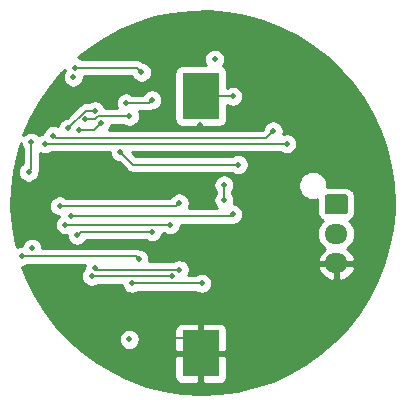
<source format=gbr>
G04 #@! TF.GenerationSoftware,KiCad,Pcbnew,(5.1.2)-2*
G04 #@! TF.CreationDate,2019-07-23T13:22:34-04:00*
G04 #@! TF.ProjectId,light_monitor,6c696768-745f-46d6-9f6e-69746f722e6b,R001*
G04 #@! TF.SameCoordinates,Original*
G04 #@! TF.FileFunction,Copper,L2,Bot*
G04 #@! TF.FilePolarity,Positive*
%FSLAX46Y46*%
G04 Gerber Fmt 4.6, Leading zero omitted, Abs format (unit mm)*
G04 Created by KiCad (PCBNEW (5.1.2)-2) date 2019-07-23 13:22:34*
%MOMM*%
%LPD*%
G04 APERTURE LIST*
%ADD10R,3.170000X3.960000*%
%ADD11C,0.100000*%
%ADD12C,1.700000*%
%ADD13O,1.950000X1.700000*%
%ADD14C,0.508000*%
%ADD15C,0.152400*%
%ADD16C,0.254000*%
G04 APERTURE END LIST*
D10*
X113210000Y-96210000D03*
X113210000Y-118010000D03*
D11*
G36*
X125440644Y-104537704D02*
G01*
X125464913Y-104541304D01*
X125488711Y-104547265D01*
X125511811Y-104555530D01*
X125533989Y-104566020D01*
X125555033Y-104578633D01*
X125574738Y-104593247D01*
X125592917Y-104609723D01*
X125609393Y-104627902D01*
X125624007Y-104647607D01*
X125636620Y-104668651D01*
X125647110Y-104690829D01*
X125655375Y-104713929D01*
X125661336Y-104737727D01*
X125664936Y-104761996D01*
X125666140Y-104786500D01*
X125666140Y-105986500D01*
X125664936Y-106011004D01*
X125661336Y-106035273D01*
X125655375Y-106059071D01*
X125647110Y-106082171D01*
X125636620Y-106104349D01*
X125624007Y-106125393D01*
X125609393Y-106145098D01*
X125592917Y-106163277D01*
X125574738Y-106179753D01*
X125555033Y-106194367D01*
X125533989Y-106206980D01*
X125511811Y-106217470D01*
X125488711Y-106225735D01*
X125464913Y-106231696D01*
X125440644Y-106235296D01*
X125416140Y-106236500D01*
X123966140Y-106236500D01*
X123941636Y-106235296D01*
X123917367Y-106231696D01*
X123893569Y-106225735D01*
X123870469Y-106217470D01*
X123848291Y-106206980D01*
X123827247Y-106194367D01*
X123807542Y-106179753D01*
X123789363Y-106163277D01*
X123772887Y-106145098D01*
X123758273Y-106125393D01*
X123745660Y-106104349D01*
X123735170Y-106082171D01*
X123726905Y-106059071D01*
X123720944Y-106035273D01*
X123717344Y-106011004D01*
X123716140Y-105986500D01*
X123716140Y-104786500D01*
X123717344Y-104761996D01*
X123720944Y-104737727D01*
X123726905Y-104713929D01*
X123735170Y-104690829D01*
X123745660Y-104668651D01*
X123758273Y-104647607D01*
X123772887Y-104627902D01*
X123789363Y-104609723D01*
X123807542Y-104593247D01*
X123827247Y-104578633D01*
X123848291Y-104566020D01*
X123870469Y-104555530D01*
X123893569Y-104547265D01*
X123917367Y-104541304D01*
X123941636Y-104537704D01*
X123966140Y-104536500D01*
X125416140Y-104536500D01*
X125440644Y-104537704D01*
X125440644Y-104537704D01*
G37*
D12*
X124691140Y-105386500D03*
D13*
X124691140Y-107886500D03*
X124691140Y-110386500D03*
D14*
X98933000Y-109105700D03*
X114388900Y-93103700D03*
X109080300Y-96532700D03*
X106895900Y-96799400D03*
X102425500Y-94615000D03*
X104267000Y-97459800D03*
X102006400Y-98933000D03*
X115930000Y-96230000D03*
X107170000Y-116820000D03*
X110388400Y-93103700D03*
X110782100Y-96481900D03*
X101298418Y-94768198D03*
X106730800Y-94919800D03*
X99053189Y-104127300D03*
X113118900Y-98704400D03*
X112610900Y-107950000D03*
X100660200Y-110794800D03*
X110629700Y-103301800D03*
X99593400Y-105537000D03*
X110950000Y-116720000D03*
X104247010Y-110782100D03*
X111404400Y-110909100D03*
X103974900Y-111467900D03*
X110769400Y-111467900D03*
X100055317Y-100245798D03*
X120486900Y-100241100D03*
X100740266Y-99560834D03*
X119350000Y-99170000D03*
X98120200Y-109766100D03*
X107988100Y-110032800D03*
X108204000Y-94195900D03*
X102616000Y-93802200D03*
X107403900Y-112077500D03*
X113302500Y-112077500D03*
X107188000Y-97929700D03*
X103425549Y-98196366D03*
X115925600Y-106235500D03*
X102264400Y-106391900D03*
X101752400Y-107111800D03*
X110642400Y-107099100D03*
X98877745Y-100119069D03*
X98639320Y-102654790D03*
X102872916Y-99097382D03*
X104747010Y-98526600D03*
X106400600Y-100939600D03*
X116399199Y-102010801D03*
X111404400Y-105257600D03*
X101264400Y-105518900D03*
X115189000Y-105029000D03*
X115189000Y-103733600D03*
X109110000Y-107690000D03*
X102760000Y-108000000D03*
D15*
X108813600Y-96799400D02*
X109080300Y-96532700D01*
X106895900Y-96799400D02*
X108813600Y-96799400D01*
X103479600Y-97459800D02*
X104267000Y-97459800D01*
X102006400Y-98933000D02*
X103479600Y-97459800D01*
X113210000Y-96210000D02*
X115910000Y-96210000D01*
X115910000Y-96210000D02*
X115930000Y-96230000D01*
X111920000Y-116720000D02*
X113210000Y-118010000D01*
X110950000Y-116720000D02*
X111920000Y-116720000D01*
X111404400Y-110909100D02*
X104374010Y-110909100D01*
X104374010Y-110909100D02*
X104247010Y-110782100D01*
X103974900Y-111467900D02*
X110769400Y-111467900D01*
X100060015Y-100241100D02*
X120486900Y-100241100D01*
X100055317Y-100245798D02*
X100060015Y-100241100D01*
X100740266Y-99560834D02*
X100937922Y-99758490D01*
X119086001Y-99423999D02*
X118751510Y-99758490D01*
X119096001Y-99423999D02*
X119086001Y-99423999D01*
X119350000Y-99170000D02*
X119096001Y-99423999D01*
X100937922Y-99758490D02*
X118751510Y-99758490D01*
X98120200Y-109766100D02*
X107721400Y-109766100D01*
X107721400Y-109766100D02*
X107988100Y-110032800D01*
X108204000Y-94195900D02*
X107810300Y-93802200D01*
X107810300Y-93802200D02*
X102616000Y-93802200D01*
X107403900Y-112077500D02*
X113302500Y-112077500D01*
X113302500Y-112077500D02*
X113423700Y-112077500D01*
X104244684Y-98196366D02*
X103784759Y-98196366D01*
X107188000Y-97929700D02*
X104511350Y-97929700D01*
X103784759Y-98196366D02*
X103425549Y-98196366D01*
X104511350Y-97929700D02*
X104244684Y-98196366D01*
X115769200Y-106391900D02*
X115925600Y-106235500D01*
X102264400Y-106391900D02*
X115769200Y-106391900D01*
X101752400Y-107111800D02*
X110629700Y-107111800D01*
X110629700Y-107111800D02*
X110642400Y-107099100D01*
X98877745Y-100119069D02*
X98877745Y-102416365D01*
X98877745Y-102416365D02*
X98639320Y-102654790D01*
X104493011Y-98780599D02*
X104747010Y-98526600D01*
X104176228Y-99097382D02*
X104493011Y-98780599D01*
X102872916Y-99097382D02*
X104176228Y-99097382D01*
X106400600Y-100939600D02*
X107471801Y-102010801D01*
X107471801Y-102010801D02*
X116399199Y-102010801D01*
X111143100Y-105518900D02*
X111404400Y-105257600D01*
X101264400Y-105518900D02*
X111143100Y-105518900D01*
X115189000Y-105029000D02*
X115189000Y-103733600D01*
X109110000Y-107690000D02*
X108750790Y-107690000D01*
X108750790Y-107690000D02*
X103070000Y-107690000D01*
X103070000Y-107690000D02*
X102760000Y-108000000D01*
D16*
G36*
X115474408Y-89173197D02*
G01*
X117003862Y-89449768D01*
X118499766Y-89871656D01*
X119948347Y-90434979D01*
X121336268Y-91134548D01*
X122650747Y-91963923D01*
X123879683Y-92915467D01*
X125011760Y-93980419D01*
X126036554Y-95148972D01*
X126944629Y-96410368D01*
X127727624Y-97752992D01*
X128378330Y-99164482D01*
X128890755Y-100631840D01*
X129260180Y-102141557D01*
X129483205Y-103679731D01*
X129557775Y-105232200D01*
X129542358Y-105938728D01*
X129400141Y-107486467D01*
X129110235Y-109013449D01*
X128675308Y-110505615D01*
X128099366Y-111949225D01*
X127387711Y-113330987D01*
X126546897Y-114638180D01*
X125584665Y-115858765D01*
X124509875Y-116981506D01*
X123332423Y-117996063D01*
X122063151Y-118893096D01*
X120713745Y-119664345D01*
X119296631Y-120302708D01*
X117824857Y-120802308D01*
X116311974Y-121158545D01*
X114771912Y-121368138D01*
X113218851Y-121429158D01*
X111667092Y-121341043D01*
X110130923Y-121104604D01*
X108624487Y-120722018D01*
X107161656Y-120196808D01*
X106723161Y-119990000D01*
X110986928Y-119990000D01*
X110999188Y-120114482D01*
X111035498Y-120234180D01*
X111094463Y-120344494D01*
X111173815Y-120441185D01*
X111270506Y-120520537D01*
X111380820Y-120579502D01*
X111500518Y-120615812D01*
X111625000Y-120628072D01*
X112924250Y-120625000D01*
X113083000Y-120466250D01*
X113083000Y-118137000D01*
X113337000Y-118137000D01*
X113337000Y-120466250D01*
X113495750Y-120625000D01*
X114795000Y-120628072D01*
X114919482Y-120615812D01*
X115039180Y-120579502D01*
X115149494Y-120520537D01*
X115246185Y-120441185D01*
X115325537Y-120344494D01*
X115384502Y-120234180D01*
X115420812Y-120114482D01*
X115433072Y-119990000D01*
X115430000Y-118295750D01*
X115271250Y-118137000D01*
X113337000Y-118137000D01*
X113083000Y-118137000D01*
X111148750Y-118137000D01*
X110990000Y-118295750D01*
X110986928Y-119990000D01*
X106723161Y-119990000D01*
X105755899Y-119533810D01*
X104420159Y-118739128D01*
X103166736Y-117820080D01*
X102007170Y-116785128D01*
X101958467Y-116732441D01*
X106281000Y-116732441D01*
X106281000Y-116907559D01*
X106315164Y-117079312D01*
X106382179Y-117241099D01*
X106479469Y-117386704D01*
X106603296Y-117510531D01*
X106748901Y-117607821D01*
X106910688Y-117674836D01*
X107082441Y-117709000D01*
X107257559Y-117709000D01*
X107429312Y-117674836D01*
X107591099Y-117607821D01*
X107736704Y-117510531D01*
X107860531Y-117386704D01*
X107957821Y-117241099D01*
X108024836Y-117079312D01*
X108059000Y-116907559D01*
X108059000Y-116732441D01*
X108024836Y-116560688D01*
X107957821Y-116398901D01*
X107860531Y-116253296D01*
X107736704Y-116129469D01*
X107591099Y-116032179D01*
X107585839Y-116030000D01*
X110986928Y-116030000D01*
X110990000Y-117724250D01*
X111148750Y-117883000D01*
X113083000Y-117883000D01*
X113083000Y-115553750D01*
X113337000Y-115553750D01*
X113337000Y-117883000D01*
X115271250Y-117883000D01*
X115430000Y-117724250D01*
X115433072Y-116030000D01*
X115420812Y-115905518D01*
X115384502Y-115785820D01*
X115325537Y-115675506D01*
X115246185Y-115578815D01*
X115149494Y-115499463D01*
X115039180Y-115440498D01*
X114919482Y-115404188D01*
X114795000Y-115391928D01*
X113495750Y-115395000D01*
X113337000Y-115553750D01*
X113083000Y-115553750D01*
X112924250Y-115395000D01*
X111625000Y-115391928D01*
X111500518Y-115404188D01*
X111380820Y-115440498D01*
X111270506Y-115499463D01*
X111173815Y-115578815D01*
X111094463Y-115675506D01*
X111035498Y-115785820D01*
X110999188Y-115905518D01*
X110986928Y-116030000D01*
X107585839Y-116030000D01*
X107429312Y-115965164D01*
X107257559Y-115931000D01*
X107082441Y-115931000D01*
X106910688Y-115965164D01*
X106748901Y-116032179D01*
X106603296Y-116129469D01*
X106479469Y-116253296D01*
X106382179Y-116398901D01*
X106315164Y-116560688D01*
X106281000Y-116732441D01*
X101958467Y-116732441D01*
X100952138Y-115643801D01*
X100011354Y-114406608D01*
X99193482Y-113084940D01*
X98506051Y-111690968D01*
X98113596Y-110655100D01*
X98207759Y-110655100D01*
X98379512Y-110620936D01*
X98541299Y-110553921D01*
X98655971Y-110477300D01*
X103411016Y-110477300D01*
X103392174Y-110522788D01*
X103358010Y-110694541D01*
X103358010Y-110827555D01*
X103284369Y-110901196D01*
X103187079Y-111046801D01*
X103120064Y-111208588D01*
X103085900Y-111380341D01*
X103085900Y-111555459D01*
X103120064Y-111727212D01*
X103187079Y-111888999D01*
X103284369Y-112034604D01*
X103408196Y-112158431D01*
X103553801Y-112255721D01*
X103715588Y-112322736D01*
X103887341Y-112356900D01*
X104062459Y-112356900D01*
X104234212Y-112322736D01*
X104395999Y-112255721D01*
X104510671Y-112179100D01*
X106517693Y-112179100D01*
X106549064Y-112336812D01*
X106616079Y-112498599D01*
X106713369Y-112644204D01*
X106837196Y-112768031D01*
X106982801Y-112865321D01*
X107144588Y-112932336D01*
X107316341Y-112966500D01*
X107491459Y-112966500D01*
X107663212Y-112932336D01*
X107824999Y-112865321D01*
X107939671Y-112788700D01*
X112766729Y-112788700D01*
X112881401Y-112865321D01*
X113043188Y-112932336D01*
X113214941Y-112966500D01*
X113390059Y-112966500D01*
X113561812Y-112932336D01*
X113723599Y-112865321D01*
X113869204Y-112768031D01*
X113993031Y-112644204D01*
X114090321Y-112498599D01*
X114157336Y-112336812D01*
X114191500Y-112165059D01*
X114191500Y-111989941D01*
X114157336Y-111818188D01*
X114090321Y-111656401D01*
X113993031Y-111510796D01*
X113869204Y-111386969D01*
X113723599Y-111289679D01*
X113561812Y-111222664D01*
X113390059Y-111188500D01*
X113214941Y-111188500D01*
X113043188Y-111222664D01*
X112881401Y-111289679D01*
X112766729Y-111366300D01*
X112168099Y-111366300D01*
X112192221Y-111330199D01*
X112259236Y-111168412D01*
X112293400Y-110996659D01*
X112293400Y-110821541D01*
X112277855Y-110743390D01*
X123124664Y-110743390D01*
X123216788Y-111006358D01*
X123363644Y-111257693D01*
X123556711Y-111475549D01*
X123788570Y-111651553D01*
X124050310Y-111778942D01*
X124331873Y-111852820D01*
X124564140Y-111712665D01*
X124564140Y-110513500D01*
X124818140Y-110513500D01*
X124818140Y-111712665D01*
X125050407Y-111852820D01*
X125331970Y-111778942D01*
X125593710Y-111651553D01*
X125825569Y-111475549D01*
X126018636Y-111257693D01*
X126165492Y-111006358D01*
X126257616Y-110743390D01*
X126136295Y-110513500D01*
X124818140Y-110513500D01*
X124564140Y-110513500D01*
X123245985Y-110513500D01*
X123124664Y-110743390D01*
X112277855Y-110743390D01*
X112259236Y-110649788D01*
X112192221Y-110488001D01*
X112094931Y-110342396D01*
X111971104Y-110218569D01*
X111825499Y-110121279D01*
X111663712Y-110054264D01*
X111491959Y-110020100D01*
X111316841Y-110020100D01*
X111145088Y-110054264D01*
X110983301Y-110121279D01*
X110868629Y-110197900D01*
X108861676Y-110197900D01*
X108877100Y-110120359D01*
X108877100Y-109945241D01*
X108842936Y-109773488D01*
X108775921Y-109611701D01*
X108678631Y-109466096D01*
X108554804Y-109342269D01*
X108409199Y-109244979D01*
X108247412Y-109177964D01*
X108075659Y-109143800D01*
X108065865Y-109143800D01*
X107994881Y-109105858D01*
X107860820Y-109065191D01*
X107756336Y-109054900D01*
X107756326Y-109054900D01*
X107721400Y-109051460D01*
X107686474Y-109054900D01*
X99822000Y-109054900D01*
X99822000Y-109018141D01*
X99787836Y-108846388D01*
X99720821Y-108684601D01*
X99623531Y-108538996D01*
X99499704Y-108415169D01*
X99354099Y-108317879D01*
X99192312Y-108250864D01*
X99020559Y-108216700D01*
X98845441Y-108216700D01*
X98673688Y-108250864D01*
X98511901Y-108317879D01*
X98366296Y-108415169D01*
X98242469Y-108538996D01*
X98145179Y-108684601D01*
X98078164Y-108846388D01*
X98072055Y-108877100D01*
X98032641Y-108877100D01*
X97860888Y-108911264D01*
X97699101Y-108978279D01*
X97625490Y-109027464D01*
X97546572Y-108737997D01*
X97283359Y-107206188D01*
X97168176Y-105656203D01*
X97173082Y-105431341D01*
X100375400Y-105431341D01*
X100375400Y-105606459D01*
X100409564Y-105778212D01*
X100476579Y-105939999D01*
X100573869Y-106085604D01*
X100697696Y-106209431D01*
X100843301Y-106306721D01*
X101005088Y-106373736D01*
X101176841Y-106407900D01*
X101205704Y-106407900D01*
X101185696Y-106421269D01*
X101061869Y-106545096D01*
X100964579Y-106690701D01*
X100897564Y-106852488D01*
X100863400Y-107024241D01*
X100863400Y-107199359D01*
X100897564Y-107371112D01*
X100964579Y-107532899D01*
X101061869Y-107678504D01*
X101185696Y-107802331D01*
X101331301Y-107899621D01*
X101493088Y-107966636D01*
X101664841Y-108000800D01*
X101839959Y-108000800D01*
X101871000Y-107994626D01*
X101871000Y-108087559D01*
X101905164Y-108259312D01*
X101972179Y-108421099D01*
X102069469Y-108566704D01*
X102193296Y-108690531D01*
X102338901Y-108787821D01*
X102500688Y-108854836D01*
X102672441Y-108889000D01*
X102847559Y-108889000D01*
X103019312Y-108854836D01*
X103181099Y-108787821D01*
X103326704Y-108690531D01*
X103450531Y-108566704D01*
X103547821Y-108421099D01*
X103556064Y-108401200D01*
X108574229Y-108401200D01*
X108688901Y-108477821D01*
X108850688Y-108544836D01*
X109022441Y-108579000D01*
X109197559Y-108579000D01*
X109369312Y-108544836D01*
X109531099Y-108477821D01*
X109676704Y-108380531D01*
X109800531Y-108256704D01*
X109897821Y-108111099D01*
X109964836Y-107949312D01*
X109989961Y-107823000D01*
X110125636Y-107823000D01*
X110221301Y-107886921D01*
X110383088Y-107953936D01*
X110554841Y-107988100D01*
X110729959Y-107988100D01*
X110901712Y-107953936D01*
X111063499Y-107886921D01*
X111209104Y-107789631D01*
X111332931Y-107665804D01*
X111430221Y-107520199D01*
X111497236Y-107358412D01*
X111531400Y-107186659D01*
X111531400Y-107103100D01*
X115730457Y-107103100D01*
X115838041Y-107124500D01*
X116013159Y-107124500D01*
X116184912Y-107090336D01*
X116346699Y-107023321D01*
X116492304Y-106926031D01*
X116616131Y-106802204D01*
X116713421Y-106656599D01*
X116780436Y-106494812D01*
X116814600Y-106323059D01*
X116814600Y-106147941D01*
X116780436Y-105976188D01*
X116713421Y-105814401D01*
X116616131Y-105668796D01*
X116492304Y-105544969D01*
X116346699Y-105447679D01*
X116184912Y-105380664D01*
X116019233Y-105347708D01*
X116043836Y-105288312D01*
X116078000Y-105116559D01*
X116078000Y-104941441D01*
X116043836Y-104769688D01*
X115976821Y-104607901D01*
X115900200Y-104493229D01*
X115900200Y-104269371D01*
X115976821Y-104154699D01*
X116043836Y-103992912D01*
X116078000Y-103821159D01*
X116078000Y-103664863D01*
X121456140Y-103664863D01*
X121456140Y-103908137D01*
X121503600Y-104146736D01*
X121596697Y-104371492D01*
X121731853Y-104573767D01*
X121903873Y-104745787D01*
X122106148Y-104880943D01*
X122330904Y-104974040D01*
X122569503Y-105021500D01*
X122812777Y-105021500D01*
X123051376Y-104974040D01*
X123078068Y-104962984D01*
X123078068Y-105986500D01*
X123095132Y-106159754D01*
X123145668Y-106326350D01*
X123227735Y-106479886D01*
X123338178Y-106614462D01*
X123472754Y-106724905D01*
X123574477Y-106779277D01*
X123511006Y-106831366D01*
X123325434Y-107057486D01*
X123187541Y-107315466D01*
X123102627Y-107595389D01*
X123073955Y-107886500D01*
X123102627Y-108177611D01*
X123187541Y-108457534D01*
X123325434Y-108715514D01*
X123511006Y-108941634D01*
X123737126Y-109127206D01*
X123762862Y-109140962D01*
X123556711Y-109297451D01*
X123363644Y-109515307D01*
X123216788Y-109766642D01*
X123124664Y-110029610D01*
X123245985Y-110259500D01*
X124564140Y-110259500D01*
X124564140Y-110239500D01*
X124818140Y-110239500D01*
X124818140Y-110259500D01*
X126136295Y-110259500D01*
X126257616Y-110029610D01*
X126165492Y-109766642D01*
X126018636Y-109515307D01*
X125825569Y-109297451D01*
X125619418Y-109140962D01*
X125645154Y-109127206D01*
X125871274Y-108941634D01*
X126056846Y-108715514D01*
X126194739Y-108457534D01*
X126279653Y-108177611D01*
X126308325Y-107886500D01*
X126279653Y-107595389D01*
X126194739Y-107315466D01*
X126056846Y-107057486D01*
X125871274Y-106831366D01*
X125807803Y-106779277D01*
X125909526Y-106724905D01*
X126044102Y-106614462D01*
X126154545Y-106479886D01*
X126236612Y-106326350D01*
X126287148Y-106159754D01*
X126304212Y-105986500D01*
X126304212Y-104786500D01*
X126287148Y-104613246D01*
X126236612Y-104446650D01*
X126154545Y-104293114D01*
X126044102Y-104158538D01*
X125909526Y-104048095D01*
X125755990Y-103966028D01*
X125589394Y-103915492D01*
X125416140Y-103898428D01*
X123966140Y-103898428D01*
X123926140Y-103902368D01*
X123926140Y-103664863D01*
X123878680Y-103426264D01*
X123785583Y-103201508D01*
X123650427Y-102999233D01*
X123478407Y-102827213D01*
X123276132Y-102692057D01*
X123051376Y-102598960D01*
X122812777Y-102551500D01*
X122569503Y-102551500D01*
X122330904Y-102598960D01*
X122106148Y-102692057D01*
X121903873Y-102827213D01*
X121731853Y-102999233D01*
X121596697Y-103201508D01*
X121503600Y-103426264D01*
X121456140Y-103664863D01*
X116078000Y-103664863D01*
X116078000Y-103646041D01*
X116043836Y-103474288D01*
X115976821Y-103312501D01*
X115879531Y-103166896D01*
X115755704Y-103043069D01*
X115610099Y-102945779D01*
X115448312Y-102878764D01*
X115276559Y-102844600D01*
X115101441Y-102844600D01*
X114929688Y-102878764D01*
X114767901Y-102945779D01*
X114622296Y-103043069D01*
X114498469Y-103166896D01*
X114401179Y-103312501D01*
X114334164Y-103474288D01*
X114300000Y-103646041D01*
X114300000Y-103821159D01*
X114334164Y-103992912D01*
X114401179Y-104154699D01*
X114477801Y-104269371D01*
X114477800Y-104493229D01*
X114401179Y-104607901D01*
X114334164Y-104769688D01*
X114300000Y-104941441D01*
X114300000Y-105116559D01*
X114334164Y-105288312D01*
X114401179Y-105450099D01*
X114498469Y-105595704D01*
X114583465Y-105680700D01*
X112190884Y-105680700D01*
X112192221Y-105678699D01*
X112259236Y-105516912D01*
X112293400Y-105345159D01*
X112293400Y-105170041D01*
X112259236Y-104998288D01*
X112192221Y-104836501D01*
X112094931Y-104690896D01*
X111971104Y-104567069D01*
X111825499Y-104469779D01*
X111663712Y-104402764D01*
X111491959Y-104368600D01*
X111316841Y-104368600D01*
X111145088Y-104402764D01*
X110983301Y-104469779D01*
X110837696Y-104567069D01*
X110713869Y-104690896D01*
X110635823Y-104807700D01*
X101800171Y-104807700D01*
X101685499Y-104731079D01*
X101523712Y-104664064D01*
X101351959Y-104629900D01*
X101176841Y-104629900D01*
X101005088Y-104664064D01*
X100843301Y-104731079D01*
X100697696Y-104828369D01*
X100573869Y-104952196D01*
X100476579Y-105097801D01*
X100409564Y-105259588D01*
X100375400Y-105431341D01*
X97173082Y-105431341D01*
X97202081Y-104102314D01*
X97384765Y-102558829D01*
X97714544Y-101039959D01*
X97988745Y-100183356D01*
X97988745Y-100206628D01*
X98022909Y-100378381D01*
X98089924Y-100540168D01*
X98166545Y-100654840D01*
X98166546Y-101901497D01*
X98072616Y-101964259D01*
X97948789Y-102088086D01*
X97851499Y-102233691D01*
X97784484Y-102395478D01*
X97750320Y-102567231D01*
X97750320Y-102742349D01*
X97784484Y-102914102D01*
X97851499Y-103075889D01*
X97948789Y-103221494D01*
X98072616Y-103345321D01*
X98218221Y-103442611D01*
X98380008Y-103509626D01*
X98551761Y-103543790D01*
X98726879Y-103543790D01*
X98898632Y-103509626D01*
X99060419Y-103442611D01*
X99206024Y-103345321D01*
X99329851Y-103221494D01*
X99427141Y-103075889D01*
X99494156Y-102914102D01*
X99528320Y-102742349D01*
X99528320Y-102707932D01*
X99537987Y-102689846D01*
X99578654Y-102555785D01*
X99588945Y-102451301D01*
X99588945Y-102451294D01*
X99592385Y-102416365D01*
X99588945Y-102381437D01*
X99588945Y-101003369D01*
X99634218Y-101033619D01*
X99796005Y-101100634D01*
X99967758Y-101134798D01*
X100142876Y-101134798D01*
X100314629Y-101100634D01*
X100476416Y-101033619D01*
X100598119Y-100952300D01*
X105511600Y-100952300D01*
X105511600Y-101027159D01*
X105545764Y-101198912D01*
X105612779Y-101360699D01*
X105710069Y-101506304D01*
X105833896Y-101630131D01*
X105979501Y-101727421D01*
X106141288Y-101794436D01*
X106276555Y-101821342D01*
X106944204Y-102488992D01*
X106966474Y-102516128D01*
X107074768Y-102605003D01*
X107198320Y-102671043D01*
X107332381Y-102711710D01*
X107436865Y-102722001D01*
X107436872Y-102722001D01*
X107471801Y-102725441D01*
X107506729Y-102722001D01*
X115863428Y-102722001D01*
X115978100Y-102798622D01*
X116139887Y-102865637D01*
X116311640Y-102899801D01*
X116486758Y-102899801D01*
X116658511Y-102865637D01*
X116820298Y-102798622D01*
X116965903Y-102701332D01*
X117089730Y-102577505D01*
X117187020Y-102431900D01*
X117254035Y-102270113D01*
X117288199Y-102098360D01*
X117288199Y-101923242D01*
X117254035Y-101751489D01*
X117187020Y-101589702D01*
X117089730Y-101444097D01*
X116965903Y-101320270D01*
X116820298Y-101222980D01*
X116658511Y-101155965D01*
X116486758Y-101121801D01*
X116311640Y-101121801D01*
X116139887Y-101155965D01*
X115978100Y-101222980D01*
X115863428Y-101299601D01*
X107766389Y-101299601D01*
X107419087Y-100952300D01*
X119951129Y-100952300D01*
X120065801Y-101028921D01*
X120227588Y-101095936D01*
X120399341Y-101130100D01*
X120574459Y-101130100D01*
X120746212Y-101095936D01*
X120907999Y-101028921D01*
X121053604Y-100931631D01*
X121177431Y-100807804D01*
X121274721Y-100662199D01*
X121341736Y-100500412D01*
X121375900Y-100328659D01*
X121375900Y-100153541D01*
X121341736Y-99981788D01*
X121274721Y-99820001D01*
X121177431Y-99674396D01*
X121053604Y-99550569D01*
X120907999Y-99453279D01*
X120746212Y-99386264D01*
X120574459Y-99352100D01*
X120399341Y-99352100D01*
X120227588Y-99386264D01*
X120212125Y-99392669D01*
X120239000Y-99257559D01*
X120239000Y-99082441D01*
X120204836Y-98910688D01*
X120137821Y-98748901D01*
X120040531Y-98603296D01*
X119916704Y-98479469D01*
X119771099Y-98382179D01*
X119609312Y-98315164D01*
X119437559Y-98281000D01*
X119262441Y-98281000D01*
X119090688Y-98315164D01*
X118928901Y-98382179D01*
X118783296Y-98479469D01*
X118659469Y-98603296D01*
X118562179Y-98748901D01*
X118495164Y-98910688D01*
X118470741Y-99033472D01*
X118456922Y-99047290D01*
X105468287Y-99047290D01*
X105534831Y-98947699D01*
X105601846Y-98785912D01*
X105630691Y-98640900D01*
X106652229Y-98640900D01*
X106766901Y-98717521D01*
X106928688Y-98784536D01*
X107100441Y-98818700D01*
X107275559Y-98818700D01*
X107447312Y-98784536D01*
X107609099Y-98717521D01*
X107754704Y-98620231D01*
X107878531Y-98496404D01*
X107975821Y-98350799D01*
X108042836Y-98189012D01*
X108077000Y-98017259D01*
X108077000Y-97842141D01*
X108042836Y-97670388D01*
X107976649Y-97510600D01*
X108778674Y-97510600D01*
X108813600Y-97514040D01*
X108848526Y-97510600D01*
X108848536Y-97510600D01*
X108953020Y-97500309D01*
X109087081Y-97459642D01*
X109158065Y-97421700D01*
X109167859Y-97421700D01*
X109339612Y-97387536D01*
X109501399Y-97320521D01*
X109647004Y-97223231D01*
X109770831Y-97099404D01*
X109868121Y-96953799D01*
X109935136Y-96792012D01*
X109969300Y-96620259D01*
X109969300Y-96445141D01*
X109935136Y-96273388D01*
X109868121Y-96111601D01*
X109770831Y-95965996D01*
X109647004Y-95842169D01*
X109501399Y-95744879D01*
X109339612Y-95677864D01*
X109167859Y-95643700D01*
X108992741Y-95643700D01*
X108820988Y-95677864D01*
X108659201Y-95744879D01*
X108513596Y-95842169D01*
X108389769Y-95965996D01*
X108308115Y-96088200D01*
X107431671Y-96088200D01*
X107316999Y-96011579D01*
X107155212Y-95944564D01*
X106983459Y-95910400D01*
X106808341Y-95910400D01*
X106636588Y-95944564D01*
X106474801Y-96011579D01*
X106329196Y-96108869D01*
X106205369Y-96232696D01*
X106108079Y-96378301D01*
X106041064Y-96540088D01*
X106006900Y-96711841D01*
X106006900Y-96886959D01*
X106041064Y-97058712D01*
X106107251Y-97218500D01*
X105125419Y-97218500D01*
X105121836Y-97200488D01*
X105054821Y-97038701D01*
X104957531Y-96893096D01*
X104833704Y-96769269D01*
X104688099Y-96671979D01*
X104526312Y-96604964D01*
X104354559Y-96570800D01*
X104179441Y-96570800D01*
X104007688Y-96604964D01*
X103845901Y-96671979D01*
X103731229Y-96748600D01*
X103514517Y-96748600D01*
X103479599Y-96745161D01*
X103444681Y-96748600D01*
X103444664Y-96748600D01*
X103340180Y-96758891D01*
X103206119Y-96799558D01*
X103082567Y-96865598D01*
X103001408Y-96932203D01*
X103001404Y-96932207D01*
X102974273Y-96954473D01*
X102952007Y-96981604D01*
X101882355Y-98051258D01*
X101747088Y-98078164D01*
X101585301Y-98145179D01*
X101439696Y-98242469D01*
X101315869Y-98366296D01*
X101218579Y-98511901D01*
X101151564Y-98673688D01*
X101134057Y-98761702D01*
X100999578Y-98705998D01*
X100827825Y-98671834D01*
X100652707Y-98671834D01*
X100480954Y-98705998D01*
X100319167Y-98773013D01*
X100173562Y-98870303D01*
X100049735Y-98994130D01*
X99952445Y-99139735D01*
X99885430Y-99301522D01*
X99870590Y-99376126D01*
X99796005Y-99390962D01*
X99634218Y-99457977D01*
X99538107Y-99522196D01*
X99444449Y-99428538D01*
X99298844Y-99331248D01*
X99137057Y-99264233D01*
X98965304Y-99230069D01*
X98790186Y-99230069D01*
X98618433Y-99264233D01*
X98456646Y-99331248D01*
X98311041Y-99428538D01*
X98194779Y-99544800D01*
X98801916Y-98131650D01*
X99549497Y-96768990D01*
X100424241Y-95484256D01*
X101418095Y-94289277D01*
X101742501Y-93967689D01*
X101754625Y-94028640D01*
X101734969Y-94048296D01*
X101637679Y-94193901D01*
X101570664Y-94355688D01*
X101536500Y-94527441D01*
X101536500Y-94702559D01*
X101570664Y-94874312D01*
X101637679Y-95036099D01*
X101734969Y-95181704D01*
X101858796Y-95305531D01*
X102004401Y-95402821D01*
X102166188Y-95469836D01*
X102337941Y-95504000D01*
X102513059Y-95504000D01*
X102684812Y-95469836D01*
X102846599Y-95402821D01*
X102992204Y-95305531D01*
X103116031Y-95181704D01*
X103213321Y-95036099D01*
X103280336Y-94874312D01*
X103314500Y-94702559D01*
X103314500Y-94527441D01*
X103311707Y-94513400D01*
X107373266Y-94513400D01*
X107416179Y-94616999D01*
X107513469Y-94762604D01*
X107637296Y-94886431D01*
X107782901Y-94983721D01*
X107944688Y-95050736D01*
X108116441Y-95084900D01*
X108291559Y-95084900D01*
X108463312Y-95050736D01*
X108625099Y-94983721D01*
X108770704Y-94886431D01*
X108894531Y-94762604D01*
X108991821Y-94616999D01*
X109058836Y-94455212D01*
X109093000Y-94283459D01*
X109093000Y-94230000D01*
X110986928Y-94230000D01*
X110986928Y-98190000D01*
X110999188Y-98314482D01*
X111035498Y-98434180D01*
X111094463Y-98544494D01*
X111173815Y-98641185D01*
X111270506Y-98720537D01*
X111380820Y-98779502D01*
X111500518Y-98815812D01*
X111625000Y-98828072D01*
X114795000Y-98828072D01*
X114919482Y-98815812D01*
X115039180Y-98779502D01*
X115149494Y-98720537D01*
X115246185Y-98641185D01*
X115325537Y-98544494D01*
X115384502Y-98434180D01*
X115420812Y-98314482D01*
X115433072Y-98190000D01*
X115433072Y-96967154D01*
X115508901Y-97017821D01*
X115670688Y-97084836D01*
X115842441Y-97119000D01*
X116017559Y-97119000D01*
X116189312Y-97084836D01*
X116351099Y-97017821D01*
X116496704Y-96920531D01*
X116620531Y-96796704D01*
X116717821Y-96651099D01*
X116784836Y-96489312D01*
X116819000Y-96317559D01*
X116819000Y-96142441D01*
X116784836Y-95970688D01*
X116717821Y-95808901D01*
X116620531Y-95663296D01*
X116496704Y-95539469D01*
X116351099Y-95442179D01*
X116189312Y-95375164D01*
X116017559Y-95341000D01*
X115842441Y-95341000D01*
X115670688Y-95375164D01*
X115508901Y-95442179D01*
X115433072Y-95492846D01*
X115433072Y-94230000D01*
X115420812Y-94105518D01*
X115384502Y-93985820D01*
X115325537Y-93875506D01*
X115246185Y-93778815D01*
X115149494Y-93699463D01*
X115083562Y-93664221D01*
X115176721Y-93524799D01*
X115243736Y-93363012D01*
X115277900Y-93191259D01*
X115277900Y-93016141D01*
X115243736Y-92844388D01*
X115176721Y-92682601D01*
X115079431Y-92536996D01*
X114955604Y-92413169D01*
X114809999Y-92315879D01*
X114648212Y-92248864D01*
X114476459Y-92214700D01*
X114301341Y-92214700D01*
X114129588Y-92248864D01*
X113967801Y-92315879D01*
X113822196Y-92413169D01*
X113698369Y-92536996D01*
X113601079Y-92682601D01*
X113534064Y-92844388D01*
X113499900Y-93016141D01*
X113499900Y-93191259D01*
X113534064Y-93363012D01*
X113601079Y-93524799D01*
X113645933Y-93591928D01*
X111625000Y-93591928D01*
X111500518Y-93604188D01*
X111380820Y-93640498D01*
X111270506Y-93699463D01*
X111173815Y-93778815D01*
X111094463Y-93875506D01*
X111035498Y-93985820D01*
X110999188Y-94105518D01*
X110986928Y-94230000D01*
X109093000Y-94230000D01*
X109093000Y-94108341D01*
X109058836Y-93936588D01*
X108991821Y-93774801D01*
X108894531Y-93629196D01*
X108770704Y-93505369D01*
X108625099Y-93408079D01*
X108463312Y-93341064D01*
X108330157Y-93314578D01*
X108315627Y-93296873D01*
X108207333Y-93207998D01*
X108083781Y-93141958D01*
X107949720Y-93101291D01*
X107845236Y-93091000D01*
X107845226Y-93091000D01*
X107810300Y-93087560D01*
X107775374Y-93091000D01*
X103151771Y-93091000D01*
X103037099Y-93014379D01*
X102875312Y-92947364D01*
X102834904Y-92939326D01*
X103725513Y-92211668D01*
X105017832Y-91348168D01*
X106386964Y-90612507D01*
X107820303Y-90011458D01*
X109304651Y-89550556D01*
X110826341Y-89234044D01*
X112371362Y-89064837D01*
X113925487Y-89044492D01*
X115474408Y-89173197D01*
X115474408Y-89173197D01*
G37*
X115474408Y-89173197D02*
X117003862Y-89449768D01*
X118499766Y-89871656D01*
X119948347Y-90434979D01*
X121336268Y-91134548D01*
X122650747Y-91963923D01*
X123879683Y-92915467D01*
X125011760Y-93980419D01*
X126036554Y-95148972D01*
X126944629Y-96410368D01*
X127727624Y-97752992D01*
X128378330Y-99164482D01*
X128890755Y-100631840D01*
X129260180Y-102141557D01*
X129483205Y-103679731D01*
X129557775Y-105232200D01*
X129542358Y-105938728D01*
X129400141Y-107486467D01*
X129110235Y-109013449D01*
X128675308Y-110505615D01*
X128099366Y-111949225D01*
X127387711Y-113330987D01*
X126546897Y-114638180D01*
X125584665Y-115858765D01*
X124509875Y-116981506D01*
X123332423Y-117996063D01*
X122063151Y-118893096D01*
X120713745Y-119664345D01*
X119296631Y-120302708D01*
X117824857Y-120802308D01*
X116311974Y-121158545D01*
X114771912Y-121368138D01*
X113218851Y-121429158D01*
X111667092Y-121341043D01*
X110130923Y-121104604D01*
X108624487Y-120722018D01*
X107161656Y-120196808D01*
X106723161Y-119990000D01*
X110986928Y-119990000D01*
X110999188Y-120114482D01*
X111035498Y-120234180D01*
X111094463Y-120344494D01*
X111173815Y-120441185D01*
X111270506Y-120520537D01*
X111380820Y-120579502D01*
X111500518Y-120615812D01*
X111625000Y-120628072D01*
X112924250Y-120625000D01*
X113083000Y-120466250D01*
X113083000Y-118137000D01*
X113337000Y-118137000D01*
X113337000Y-120466250D01*
X113495750Y-120625000D01*
X114795000Y-120628072D01*
X114919482Y-120615812D01*
X115039180Y-120579502D01*
X115149494Y-120520537D01*
X115246185Y-120441185D01*
X115325537Y-120344494D01*
X115384502Y-120234180D01*
X115420812Y-120114482D01*
X115433072Y-119990000D01*
X115430000Y-118295750D01*
X115271250Y-118137000D01*
X113337000Y-118137000D01*
X113083000Y-118137000D01*
X111148750Y-118137000D01*
X110990000Y-118295750D01*
X110986928Y-119990000D01*
X106723161Y-119990000D01*
X105755899Y-119533810D01*
X104420159Y-118739128D01*
X103166736Y-117820080D01*
X102007170Y-116785128D01*
X101958467Y-116732441D01*
X106281000Y-116732441D01*
X106281000Y-116907559D01*
X106315164Y-117079312D01*
X106382179Y-117241099D01*
X106479469Y-117386704D01*
X106603296Y-117510531D01*
X106748901Y-117607821D01*
X106910688Y-117674836D01*
X107082441Y-117709000D01*
X107257559Y-117709000D01*
X107429312Y-117674836D01*
X107591099Y-117607821D01*
X107736704Y-117510531D01*
X107860531Y-117386704D01*
X107957821Y-117241099D01*
X108024836Y-117079312D01*
X108059000Y-116907559D01*
X108059000Y-116732441D01*
X108024836Y-116560688D01*
X107957821Y-116398901D01*
X107860531Y-116253296D01*
X107736704Y-116129469D01*
X107591099Y-116032179D01*
X107585839Y-116030000D01*
X110986928Y-116030000D01*
X110990000Y-117724250D01*
X111148750Y-117883000D01*
X113083000Y-117883000D01*
X113083000Y-115553750D01*
X113337000Y-115553750D01*
X113337000Y-117883000D01*
X115271250Y-117883000D01*
X115430000Y-117724250D01*
X115433072Y-116030000D01*
X115420812Y-115905518D01*
X115384502Y-115785820D01*
X115325537Y-115675506D01*
X115246185Y-115578815D01*
X115149494Y-115499463D01*
X115039180Y-115440498D01*
X114919482Y-115404188D01*
X114795000Y-115391928D01*
X113495750Y-115395000D01*
X113337000Y-115553750D01*
X113083000Y-115553750D01*
X112924250Y-115395000D01*
X111625000Y-115391928D01*
X111500518Y-115404188D01*
X111380820Y-115440498D01*
X111270506Y-115499463D01*
X111173815Y-115578815D01*
X111094463Y-115675506D01*
X111035498Y-115785820D01*
X110999188Y-115905518D01*
X110986928Y-116030000D01*
X107585839Y-116030000D01*
X107429312Y-115965164D01*
X107257559Y-115931000D01*
X107082441Y-115931000D01*
X106910688Y-115965164D01*
X106748901Y-116032179D01*
X106603296Y-116129469D01*
X106479469Y-116253296D01*
X106382179Y-116398901D01*
X106315164Y-116560688D01*
X106281000Y-116732441D01*
X101958467Y-116732441D01*
X100952138Y-115643801D01*
X100011354Y-114406608D01*
X99193482Y-113084940D01*
X98506051Y-111690968D01*
X98113596Y-110655100D01*
X98207759Y-110655100D01*
X98379512Y-110620936D01*
X98541299Y-110553921D01*
X98655971Y-110477300D01*
X103411016Y-110477300D01*
X103392174Y-110522788D01*
X103358010Y-110694541D01*
X103358010Y-110827555D01*
X103284369Y-110901196D01*
X103187079Y-111046801D01*
X103120064Y-111208588D01*
X103085900Y-111380341D01*
X103085900Y-111555459D01*
X103120064Y-111727212D01*
X103187079Y-111888999D01*
X103284369Y-112034604D01*
X103408196Y-112158431D01*
X103553801Y-112255721D01*
X103715588Y-112322736D01*
X103887341Y-112356900D01*
X104062459Y-112356900D01*
X104234212Y-112322736D01*
X104395999Y-112255721D01*
X104510671Y-112179100D01*
X106517693Y-112179100D01*
X106549064Y-112336812D01*
X106616079Y-112498599D01*
X106713369Y-112644204D01*
X106837196Y-112768031D01*
X106982801Y-112865321D01*
X107144588Y-112932336D01*
X107316341Y-112966500D01*
X107491459Y-112966500D01*
X107663212Y-112932336D01*
X107824999Y-112865321D01*
X107939671Y-112788700D01*
X112766729Y-112788700D01*
X112881401Y-112865321D01*
X113043188Y-112932336D01*
X113214941Y-112966500D01*
X113390059Y-112966500D01*
X113561812Y-112932336D01*
X113723599Y-112865321D01*
X113869204Y-112768031D01*
X113993031Y-112644204D01*
X114090321Y-112498599D01*
X114157336Y-112336812D01*
X114191500Y-112165059D01*
X114191500Y-111989941D01*
X114157336Y-111818188D01*
X114090321Y-111656401D01*
X113993031Y-111510796D01*
X113869204Y-111386969D01*
X113723599Y-111289679D01*
X113561812Y-111222664D01*
X113390059Y-111188500D01*
X113214941Y-111188500D01*
X113043188Y-111222664D01*
X112881401Y-111289679D01*
X112766729Y-111366300D01*
X112168099Y-111366300D01*
X112192221Y-111330199D01*
X112259236Y-111168412D01*
X112293400Y-110996659D01*
X112293400Y-110821541D01*
X112277855Y-110743390D01*
X123124664Y-110743390D01*
X123216788Y-111006358D01*
X123363644Y-111257693D01*
X123556711Y-111475549D01*
X123788570Y-111651553D01*
X124050310Y-111778942D01*
X124331873Y-111852820D01*
X124564140Y-111712665D01*
X124564140Y-110513500D01*
X124818140Y-110513500D01*
X124818140Y-111712665D01*
X125050407Y-111852820D01*
X125331970Y-111778942D01*
X125593710Y-111651553D01*
X125825569Y-111475549D01*
X126018636Y-111257693D01*
X126165492Y-111006358D01*
X126257616Y-110743390D01*
X126136295Y-110513500D01*
X124818140Y-110513500D01*
X124564140Y-110513500D01*
X123245985Y-110513500D01*
X123124664Y-110743390D01*
X112277855Y-110743390D01*
X112259236Y-110649788D01*
X112192221Y-110488001D01*
X112094931Y-110342396D01*
X111971104Y-110218569D01*
X111825499Y-110121279D01*
X111663712Y-110054264D01*
X111491959Y-110020100D01*
X111316841Y-110020100D01*
X111145088Y-110054264D01*
X110983301Y-110121279D01*
X110868629Y-110197900D01*
X108861676Y-110197900D01*
X108877100Y-110120359D01*
X108877100Y-109945241D01*
X108842936Y-109773488D01*
X108775921Y-109611701D01*
X108678631Y-109466096D01*
X108554804Y-109342269D01*
X108409199Y-109244979D01*
X108247412Y-109177964D01*
X108075659Y-109143800D01*
X108065865Y-109143800D01*
X107994881Y-109105858D01*
X107860820Y-109065191D01*
X107756336Y-109054900D01*
X107756326Y-109054900D01*
X107721400Y-109051460D01*
X107686474Y-109054900D01*
X99822000Y-109054900D01*
X99822000Y-109018141D01*
X99787836Y-108846388D01*
X99720821Y-108684601D01*
X99623531Y-108538996D01*
X99499704Y-108415169D01*
X99354099Y-108317879D01*
X99192312Y-108250864D01*
X99020559Y-108216700D01*
X98845441Y-108216700D01*
X98673688Y-108250864D01*
X98511901Y-108317879D01*
X98366296Y-108415169D01*
X98242469Y-108538996D01*
X98145179Y-108684601D01*
X98078164Y-108846388D01*
X98072055Y-108877100D01*
X98032641Y-108877100D01*
X97860888Y-108911264D01*
X97699101Y-108978279D01*
X97625490Y-109027464D01*
X97546572Y-108737997D01*
X97283359Y-107206188D01*
X97168176Y-105656203D01*
X97173082Y-105431341D01*
X100375400Y-105431341D01*
X100375400Y-105606459D01*
X100409564Y-105778212D01*
X100476579Y-105939999D01*
X100573869Y-106085604D01*
X100697696Y-106209431D01*
X100843301Y-106306721D01*
X101005088Y-106373736D01*
X101176841Y-106407900D01*
X101205704Y-106407900D01*
X101185696Y-106421269D01*
X101061869Y-106545096D01*
X100964579Y-106690701D01*
X100897564Y-106852488D01*
X100863400Y-107024241D01*
X100863400Y-107199359D01*
X100897564Y-107371112D01*
X100964579Y-107532899D01*
X101061869Y-107678504D01*
X101185696Y-107802331D01*
X101331301Y-107899621D01*
X101493088Y-107966636D01*
X101664841Y-108000800D01*
X101839959Y-108000800D01*
X101871000Y-107994626D01*
X101871000Y-108087559D01*
X101905164Y-108259312D01*
X101972179Y-108421099D01*
X102069469Y-108566704D01*
X102193296Y-108690531D01*
X102338901Y-108787821D01*
X102500688Y-108854836D01*
X102672441Y-108889000D01*
X102847559Y-108889000D01*
X103019312Y-108854836D01*
X103181099Y-108787821D01*
X103326704Y-108690531D01*
X103450531Y-108566704D01*
X103547821Y-108421099D01*
X103556064Y-108401200D01*
X108574229Y-108401200D01*
X108688901Y-108477821D01*
X108850688Y-108544836D01*
X109022441Y-108579000D01*
X109197559Y-108579000D01*
X109369312Y-108544836D01*
X109531099Y-108477821D01*
X109676704Y-108380531D01*
X109800531Y-108256704D01*
X109897821Y-108111099D01*
X109964836Y-107949312D01*
X109989961Y-107823000D01*
X110125636Y-107823000D01*
X110221301Y-107886921D01*
X110383088Y-107953936D01*
X110554841Y-107988100D01*
X110729959Y-107988100D01*
X110901712Y-107953936D01*
X111063499Y-107886921D01*
X111209104Y-107789631D01*
X111332931Y-107665804D01*
X111430221Y-107520199D01*
X111497236Y-107358412D01*
X111531400Y-107186659D01*
X111531400Y-107103100D01*
X115730457Y-107103100D01*
X115838041Y-107124500D01*
X116013159Y-107124500D01*
X116184912Y-107090336D01*
X116346699Y-107023321D01*
X116492304Y-106926031D01*
X116616131Y-106802204D01*
X116713421Y-106656599D01*
X116780436Y-106494812D01*
X116814600Y-106323059D01*
X116814600Y-106147941D01*
X116780436Y-105976188D01*
X116713421Y-105814401D01*
X116616131Y-105668796D01*
X116492304Y-105544969D01*
X116346699Y-105447679D01*
X116184912Y-105380664D01*
X116019233Y-105347708D01*
X116043836Y-105288312D01*
X116078000Y-105116559D01*
X116078000Y-104941441D01*
X116043836Y-104769688D01*
X115976821Y-104607901D01*
X115900200Y-104493229D01*
X115900200Y-104269371D01*
X115976821Y-104154699D01*
X116043836Y-103992912D01*
X116078000Y-103821159D01*
X116078000Y-103664863D01*
X121456140Y-103664863D01*
X121456140Y-103908137D01*
X121503600Y-104146736D01*
X121596697Y-104371492D01*
X121731853Y-104573767D01*
X121903873Y-104745787D01*
X122106148Y-104880943D01*
X122330904Y-104974040D01*
X122569503Y-105021500D01*
X122812777Y-105021500D01*
X123051376Y-104974040D01*
X123078068Y-104962984D01*
X123078068Y-105986500D01*
X123095132Y-106159754D01*
X123145668Y-106326350D01*
X123227735Y-106479886D01*
X123338178Y-106614462D01*
X123472754Y-106724905D01*
X123574477Y-106779277D01*
X123511006Y-106831366D01*
X123325434Y-107057486D01*
X123187541Y-107315466D01*
X123102627Y-107595389D01*
X123073955Y-107886500D01*
X123102627Y-108177611D01*
X123187541Y-108457534D01*
X123325434Y-108715514D01*
X123511006Y-108941634D01*
X123737126Y-109127206D01*
X123762862Y-109140962D01*
X123556711Y-109297451D01*
X123363644Y-109515307D01*
X123216788Y-109766642D01*
X123124664Y-110029610D01*
X123245985Y-110259500D01*
X124564140Y-110259500D01*
X124564140Y-110239500D01*
X124818140Y-110239500D01*
X124818140Y-110259500D01*
X126136295Y-110259500D01*
X126257616Y-110029610D01*
X126165492Y-109766642D01*
X126018636Y-109515307D01*
X125825569Y-109297451D01*
X125619418Y-109140962D01*
X125645154Y-109127206D01*
X125871274Y-108941634D01*
X126056846Y-108715514D01*
X126194739Y-108457534D01*
X126279653Y-108177611D01*
X126308325Y-107886500D01*
X126279653Y-107595389D01*
X126194739Y-107315466D01*
X126056846Y-107057486D01*
X125871274Y-106831366D01*
X125807803Y-106779277D01*
X125909526Y-106724905D01*
X126044102Y-106614462D01*
X126154545Y-106479886D01*
X126236612Y-106326350D01*
X126287148Y-106159754D01*
X126304212Y-105986500D01*
X126304212Y-104786500D01*
X126287148Y-104613246D01*
X126236612Y-104446650D01*
X126154545Y-104293114D01*
X126044102Y-104158538D01*
X125909526Y-104048095D01*
X125755990Y-103966028D01*
X125589394Y-103915492D01*
X125416140Y-103898428D01*
X123966140Y-103898428D01*
X123926140Y-103902368D01*
X123926140Y-103664863D01*
X123878680Y-103426264D01*
X123785583Y-103201508D01*
X123650427Y-102999233D01*
X123478407Y-102827213D01*
X123276132Y-102692057D01*
X123051376Y-102598960D01*
X122812777Y-102551500D01*
X122569503Y-102551500D01*
X122330904Y-102598960D01*
X122106148Y-102692057D01*
X121903873Y-102827213D01*
X121731853Y-102999233D01*
X121596697Y-103201508D01*
X121503600Y-103426264D01*
X121456140Y-103664863D01*
X116078000Y-103664863D01*
X116078000Y-103646041D01*
X116043836Y-103474288D01*
X115976821Y-103312501D01*
X115879531Y-103166896D01*
X115755704Y-103043069D01*
X115610099Y-102945779D01*
X115448312Y-102878764D01*
X115276559Y-102844600D01*
X115101441Y-102844600D01*
X114929688Y-102878764D01*
X114767901Y-102945779D01*
X114622296Y-103043069D01*
X114498469Y-103166896D01*
X114401179Y-103312501D01*
X114334164Y-103474288D01*
X114300000Y-103646041D01*
X114300000Y-103821159D01*
X114334164Y-103992912D01*
X114401179Y-104154699D01*
X114477801Y-104269371D01*
X114477800Y-104493229D01*
X114401179Y-104607901D01*
X114334164Y-104769688D01*
X114300000Y-104941441D01*
X114300000Y-105116559D01*
X114334164Y-105288312D01*
X114401179Y-105450099D01*
X114498469Y-105595704D01*
X114583465Y-105680700D01*
X112190884Y-105680700D01*
X112192221Y-105678699D01*
X112259236Y-105516912D01*
X112293400Y-105345159D01*
X112293400Y-105170041D01*
X112259236Y-104998288D01*
X112192221Y-104836501D01*
X112094931Y-104690896D01*
X111971104Y-104567069D01*
X111825499Y-104469779D01*
X111663712Y-104402764D01*
X111491959Y-104368600D01*
X111316841Y-104368600D01*
X111145088Y-104402764D01*
X110983301Y-104469779D01*
X110837696Y-104567069D01*
X110713869Y-104690896D01*
X110635823Y-104807700D01*
X101800171Y-104807700D01*
X101685499Y-104731079D01*
X101523712Y-104664064D01*
X101351959Y-104629900D01*
X101176841Y-104629900D01*
X101005088Y-104664064D01*
X100843301Y-104731079D01*
X100697696Y-104828369D01*
X100573869Y-104952196D01*
X100476579Y-105097801D01*
X100409564Y-105259588D01*
X100375400Y-105431341D01*
X97173082Y-105431341D01*
X97202081Y-104102314D01*
X97384765Y-102558829D01*
X97714544Y-101039959D01*
X97988745Y-100183356D01*
X97988745Y-100206628D01*
X98022909Y-100378381D01*
X98089924Y-100540168D01*
X98166545Y-100654840D01*
X98166546Y-101901497D01*
X98072616Y-101964259D01*
X97948789Y-102088086D01*
X97851499Y-102233691D01*
X97784484Y-102395478D01*
X97750320Y-102567231D01*
X97750320Y-102742349D01*
X97784484Y-102914102D01*
X97851499Y-103075889D01*
X97948789Y-103221494D01*
X98072616Y-103345321D01*
X98218221Y-103442611D01*
X98380008Y-103509626D01*
X98551761Y-103543790D01*
X98726879Y-103543790D01*
X98898632Y-103509626D01*
X99060419Y-103442611D01*
X99206024Y-103345321D01*
X99329851Y-103221494D01*
X99427141Y-103075889D01*
X99494156Y-102914102D01*
X99528320Y-102742349D01*
X99528320Y-102707932D01*
X99537987Y-102689846D01*
X99578654Y-102555785D01*
X99588945Y-102451301D01*
X99588945Y-102451294D01*
X99592385Y-102416365D01*
X99588945Y-102381437D01*
X99588945Y-101003369D01*
X99634218Y-101033619D01*
X99796005Y-101100634D01*
X99967758Y-101134798D01*
X100142876Y-101134798D01*
X100314629Y-101100634D01*
X100476416Y-101033619D01*
X100598119Y-100952300D01*
X105511600Y-100952300D01*
X105511600Y-101027159D01*
X105545764Y-101198912D01*
X105612779Y-101360699D01*
X105710069Y-101506304D01*
X105833896Y-101630131D01*
X105979501Y-101727421D01*
X106141288Y-101794436D01*
X106276555Y-101821342D01*
X106944204Y-102488992D01*
X106966474Y-102516128D01*
X107074768Y-102605003D01*
X107198320Y-102671043D01*
X107332381Y-102711710D01*
X107436865Y-102722001D01*
X107436872Y-102722001D01*
X107471801Y-102725441D01*
X107506729Y-102722001D01*
X115863428Y-102722001D01*
X115978100Y-102798622D01*
X116139887Y-102865637D01*
X116311640Y-102899801D01*
X116486758Y-102899801D01*
X116658511Y-102865637D01*
X116820298Y-102798622D01*
X116965903Y-102701332D01*
X117089730Y-102577505D01*
X117187020Y-102431900D01*
X117254035Y-102270113D01*
X117288199Y-102098360D01*
X117288199Y-101923242D01*
X117254035Y-101751489D01*
X117187020Y-101589702D01*
X117089730Y-101444097D01*
X116965903Y-101320270D01*
X116820298Y-101222980D01*
X116658511Y-101155965D01*
X116486758Y-101121801D01*
X116311640Y-101121801D01*
X116139887Y-101155965D01*
X115978100Y-101222980D01*
X115863428Y-101299601D01*
X107766389Y-101299601D01*
X107419087Y-100952300D01*
X119951129Y-100952300D01*
X120065801Y-101028921D01*
X120227588Y-101095936D01*
X120399341Y-101130100D01*
X120574459Y-101130100D01*
X120746212Y-101095936D01*
X120907999Y-101028921D01*
X121053604Y-100931631D01*
X121177431Y-100807804D01*
X121274721Y-100662199D01*
X121341736Y-100500412D01*
X121375900Y-100328659D01*
X121375900Y-100153541D01*
X121341736Y-99981788D01*
X121274721Y-99820001D01*
X121177431Y-99674396D01*
X121053604Y-99550569D01*
X120907999Y-99453279D01*
X120746212Y-99386264D01*
X120574459Y-99352100D01*
X120399341Y-99352100D01*
X120227588Y-99386264D01*
X120212125Y-99392669D01*
X120239000Y-99257559D01*
X120239000Y-99082441D01*
X120204836Y-98910688D01*
X120137821Y-98748901D01*
X120040531Y-98603296D01*
X119916704Y-98479469D01*
X119771099Y-98382179D01*
X119609312Y-98315164D01*
X119437559Y-98281000D01*
X119262441Y-98281000D01*
X119090688Y-98315164D01*
X118928901Y-98382179D01*
X118783296Y-98479469D01*
X118659469Y-98603296D01*
X118562179Y-98748901D01*
X118495164Y-98910688D01*
X118470741Y-99033472D01*
X118456922Y-99047290D01*
X105468287Y-99047290D01*
X105534831Y-98947699D01*
X105601846Y-98785912D01*
X105630691Y-98640900D01*
X106652229Y-98640900D01*
X106766901Y-98717521D01*
X106928688Y-98784536D01*
X107100441Y-98818700D01*
X107275559Y-98818700D01*
X107447312Y-98784536D01*
X107609099Y-98717521D01*
X107754704Y-98620231D01*
X107878531Y-98496404D01*
X107975821Y-98350799D01*
X108042836Y-98189012D01*
X108077000Y-98017259D01*
X108077000Y-97842141D01*
X108042836Y-97670388D01*
X107976649Y-97510600D01*
X108778674Y-97510600D01*
X108813600Y-97514040D01*
X108848526Y-97510600D01*
X108848536Y-97510600D01*
X108953020Y-97500309D01*
X109087081Y-97459642D01*
X109158065Y-97421700D01*
X109167859Y-97421700D01*
X109339612Y-97387536D01*
X109501399Y-97320521D01*
X109647004Y-97223231D01*
X109770831Y-97099404D01*
X109868121Y-96953799D01*
X109935136Y-96792012D01*
X109969300Y-96620259D01*
X109969300Y-96445141D01*
X109935136Y-96273388D01*
X109868121Y-96111601D01*
X109770831Y-95965996D01*
X109647004Y-95842169D01*
X109501399Y-95744879D01*
X109339612Y-95677864D01*
X109167859Y-95643700D01*
X108992741Y-95643700D01*
X108820988Y-95677864D01*
X108659201Y-95744879D01*
X108513596Y-95842169D01*
X108389769Y-95965996D01*
X108308115Y-96088200D01*
X107431671Y-96088200D01*
X107316999Y-96011579D01*
X107155212Y-95944564D01*
X106983459Y-95910400D01*
X106808341Y-95910400D01*
X106636588Y-95944564D01*
X106474801Y-96011579D01*
X106329196Y-96108869D01*
X106205369Y-96232696D01*
X106108079Y-96378301D01*
X106041064Y-96540088D01*
X106006900Y-96711841D01*
X106006900Y-96886959D01*
X106041064Y-97058712D01*
X106107251Y-97218500D01*
X105125419Y-97218500D01*
X105121836Y-97200488D01*
X105054821Y-97038701D01*
X104957531Y-96893096D01*
X104833704Y-96769269D01*
X104688099Y-96671979D01*
X104526312Y-96604964D01*
X104354559Y-96570800D01*
X104179441Y-96570800D01*
X104007688Y-96604964D01*
X103845901Y-96671979D01*
X103731229Y-96748600D01*
X103514517Y-96748600D01*
X103479599Y-96745161D01*
X103444681Y-96748600D01*
X103444664Y-96748600D01*
X103340180Y-96758891D01*
X103206119Y-96799558D01*
X103082567Y-96865598D01*
X103001408Y-96932203D01*
X103001404Y-96932207D01*
X102974273Y-96954473D01*
X102952007Y-96981604D01*
X101882355Y-98051258D01*
X101747088Y-98078164D01*
X101585301Y-98145179D01*
X101439696Y-98242469D01*
X101315869Y-98366296D01*
X101218579Y-98511901D01*
X101151564Y-98673688D01*
X101134057Y-98761702D01*
X100999578Y-98705998D01*
X100827825Y-98671834D01*
X100652707Y-98671834D01*
X100480954Y-98705998D01*
X100319167Y-98773013D01*
X100173562Y-98870303D01*
X100049735Y-98994130D01*
X99952445Y-99139735D01*
X99885430Y-99301522D01*
X99870590Y-99376126D01*
X99796005Y-99390962D01*
X99634218Y-99457977D01*
X99538107Y-99522196D01*
X99444449Y-99428538D01*
X99298844Y-99331248D01*
X99137057Y-99264233D01*
X98965304Y-99230069D01*
X98790186Y-99230069D01*
X98618433Y-99264233D01*
X98456646Y-99331248D01*
X98311041Y-99428538D01*
X98194779Y-99544800D01*
X98801916Y-98131650D01*
X99549497Y-96768990D01*
X100424241Y-95484256D01*
X101418095Y-94289277D01*
X101742501Y-93967689D01*
X101754625Y-94028640D01*
X101734969Y-94048296D01*
X101637679Y-94193901D01*
X101570664Y-94355688D01*
X101536500Y-94527441D01*
X101536500Y-94702559D01*
X101570664Y-94874312D01*
X101637679Y-95036099D01*
X101734969Y-95181704D01*
X101858796Y-95305531D01*
X102004401Y-95402821D01*
X102166188Y-95469836D01*
X102337941Y-95504000D01*
X102513059Y-95504000D01*
X102684812Y-95469836D01*
X102846599Y-95402821D01*
X102992204Y-95305531D01*
X103116031Y-95181704D01*
X103213321Y-95036099D01*
X103280336Y-94874312D01*
X103314500Y-94702559D01*
X103314500Y-94527441D01*
X103311707Y-94513400D01*
X107373266Y-94513400D01*
X107416179Y-94616999D01*
X107513469Y-94762604D01*
X107637296Y-94886431D01*
X107782901Y-94983721D01*
X107944688Y-95050736D01*
X108116441Y-95084900D01*
X108291559Y-95084900D01*
X108463312Y-95050736D01*
X108625099Y-94983721D01*
X108770704Y-94886431D01*
X108894531Y-94762604D01*
X108991821Y-94616999D01*
X109058836Y-94455212D01*
X109093000Y-94283459D01*
X109093000Y-94230000D01*
X110986928Y-94230000D01*
X110986928Y-98190000D01*
X110999188Y-98314482D01*
X111035498Y-98434180D01*
X111094463Y-98544494D01*
X111173815Y-98641185D01*
X111270506Y-98720537D01*
X111380820Y-98779502D01*
X111500518Y-98815812D01*
X111625000Y-98828072D01*
X114795000Y-98828072D01*
X114919482Y-98815812D01*
X115039180Y-98779502D01*
X115149494Y-98720537D01*
X115246185Y-98641185D01*
X115325537Y-98544494D01*
X115384502Y-98434180D01*
X115420812Y-98314482D01*
X115433072Y-98190000D01*
X115433072Y-96967154D01*
X115508901Y-97017821D01*
X115670688Y-97084836D01*
X115842441Y-97119000D01*
X116017559Y-97119000D01*
X116189312Y-97084836D01*
X116351099Y-97017821D01*
X116496704Y-96920531D01*
X116620531Y-96796704D01*
X116717821Y-96651099D01*
X116784836Y-96489312D01*
X116819000Y-96317559D01*
X116819000Y-96142441D01*
X116784836Y-95970688D01*
X116717821Y-95808901D01*
X116620531Y-95663296D01*
X116496704Y-95539469D01*
X116351099Y-95442179D01*
X116189312Y-95375164D01*
X116017559Y-95341000D01*
X115842441Y-95341000D01*
X115670688Y-95375164D01*
X115508901Y-95442179D01*
X115433072Y-95492846D01*
X115433072Y-94230000D01*
X115420812Y-94105518D01*
X115384502Y-93985820D01*
X115325537Y-93875506D01*
X115246185Y-93778815D01*
X115149494Y-93699463D01*
X115083562Y-93664221D01*
X115176721Y-93524799D01*
X115243736Y-93363012D01*
X115277900Y-93191259D01*
X115277900Y-93016141D01*
X115243736Y-92844388D01*
X115176721Y-92682601D01*
X115079431Y-92536996D01*
X114955604Y-92413169D01*
X114809999Y-92315879D01*
X114648212Y-92248864D01*
X114476459Y-92214700D01*
X114301341Y-92214700D01*
X114129588Y-92248864D01*
X113967801Y-92315879D01*
X113822196Y-92413169D01*
X113698369Y-92536996D01*
X113601079Y-92682601D01*
X113534064Y-92844388D01*
X113499900Y-93016141D01*
X113499900Y-93191259D01*
X113534064Y-93363012D01*
X113601079Y-93524799D01*
X113645933Y-93591928D01*
X111625000Y-93591928D01*
X111500518Y-93604188D01*
X111380820Y-93640498D01*
X111270506Y-93699463D01*
X111173815Y-93778815D01*
X111094463Y-93875506D01*
X111035498Y-93985820D01*
X110999188Y-94105518D01*
X110986928Y-94230000D01*
X109093000Y-94230000D01*
X109093000Y-94108341D01*
X109058836Y-93936588D01*
X108991821Y-93774801D01*
X108894531Y-93629196D01*
X108770704Y-93505369D01*
X108625099Y-93408079D01*
X108463312Y-93341064D01*
X108330157Y-93314578D01*
X108315627Y-93296873D01*
X108207333Y-93207998D01*
X108083781Y-93141958D01*
X107949720Y-93101291D01*
X107845236Y-93091000D01*
X107845226Y-93091000D01*
X107810300Y-93087560D01*
X107775374Y-93091000D01*
X103151771Y-93091000D01*
X103037099Y-93014379D01*
X102875312Y-92947364D01*
X102834904Y-92939326D01*
X103725513Y-92211668D01*
X105017832Y-91348168D01*
X106386964Y-90612507D01*
X107820303Y-90011458D01*
X109304651Y-89550556D01*
X110826341Y-89234044D01*
X112371362Y-89064837D01*
X113925487Y-89044492D01*
X115474408Y-89173197D01*
M02*

</source>
